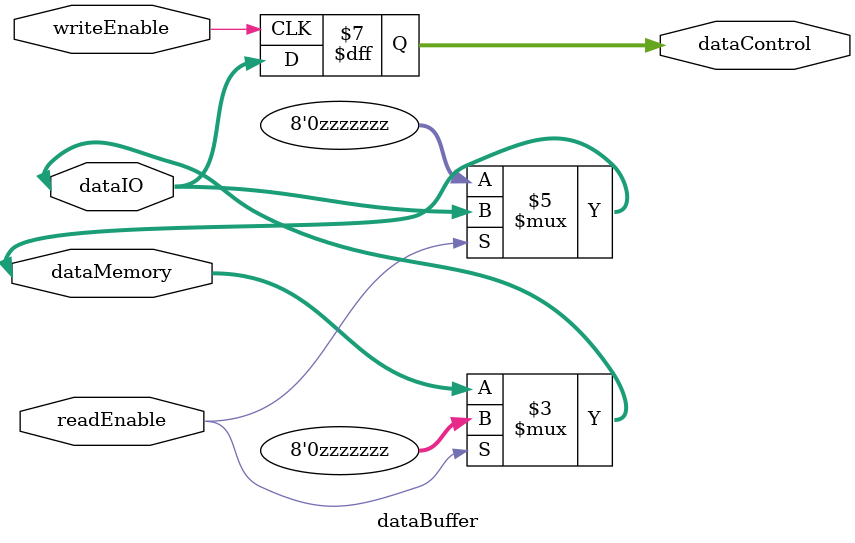
<source format=v>
module dataBuffer (dataControl, dataIO, dataMemory, readEnable, writeEnable); 

output reg [7:0] dataControl; 

inout [7:0] dataIO; 
inout [7:0] dataMemory; 

input wire readEnable;
input wire writeEnable; 

//if writing, data is fed from IO device 
//if reading, dataIO should equal data from memory
//READS WHEN readEnable IS LOW, WRITES WHEN readEnable IS HIGH
assign dataIO = (!readEnable) ? dataMemory : 7'bzzzzzzz;

//if writing, dataMemory should equal data from IO
//if reading, leave as z for read ---> will be assigned by memory 
//READS WHEN readEnable IS LOW, WRITES WHEN readEnable IS HIGH
assign dataMemory = (readEnable) ? dataIO : 7'bzzzzzzz; 



//send IO data to control to determine what kind of command
always @ (posedge writeEnable)
begin
	if(writeEnable)
	begin
		dataControl <= dataIO; 
	end
end
endmodule
</source>
